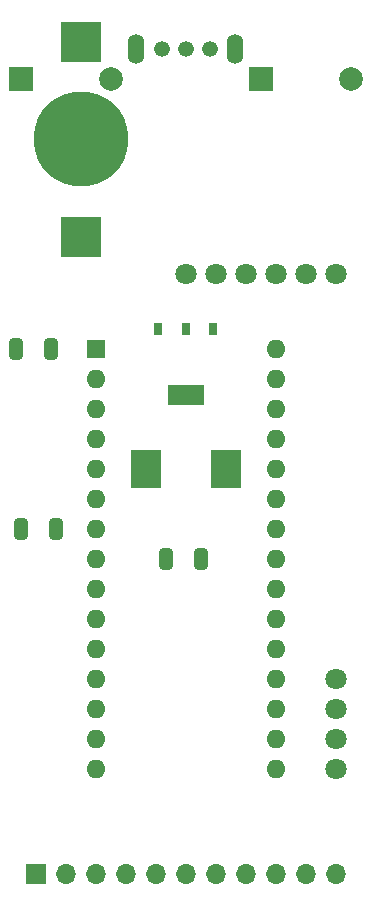
<source format=gbr>
%TF.GenerationSoftware,KiCad,Pcbnew,(6.0.4)*%
%TF.CreationDate,2022-04-23T15:23:27-04:00*%
%TF.ProjectId,smart penetrometer,736d6172-7420-4706-956e-6574726f6d65,rev?*%
%TF.SameCoordinates,Original*%
%TF.FileFunction,Soldermask,Bot*%
%TF.FilePolarity,Negative*%
%FSLAX46Y46*%
G04 Gerber Fmt 4.6, Leading zero omitted, Abs format (unit mm)*
G04 Created by KiCad (PCBNEW (6.0.4)) date 2022-04-23 15:23:27*
%MOMM*%
%LPD*%
G01*
G04 APERTURE LIST*
G04 Aperture macros list*
%AMRoundRect*
0 Rectangle with rounded corners*
0 $1 Rounding radius*
0 $2 $3 $4 $5 $6 $7 $8 $9 X,Y pos of 4 corners*
0 Add a 4 corners polygon primitive as box body*
4,1,4,$2,$3,$4,$5,$6,$7,$8,$9,$2,$3,0*
0 Add four circle primitives for the rounded corners*
1,1,$1+$1,$2,$3*
1,1,$1+$1,$4,$5*
1,1,$1+$1,$6,$7*
1,1,$1+$1,$8,$9*
0 Add four rect primitives between the rounded corners*
20,1,$1+$1,$2,$3,$4,$5,0*
20,1,$1+$1,$4,$5,$6,$7,0*
20,1,$1+$1,$6,$7,$8,$9,0*
20,1,$1+$1,$8,$9,$2,$3,0*%
G04 Aperture macros list end*
%ADD10O,1.700000X1.700000*%
%ADD11R,1.700000X1.700000*%
%ADD12R,2.000000X2.000000*%
%ADD13C,2.000000*%
%ADD14C,1.800000*%
%ADD15O,1.424000X2.524000*%
%ADD16C,1.324000*%
%ADD17C,8.000000*%
%ADD18R,3.500000X3.500000*%
%ADD19R,3.025000X1.780000*%
%ADD20R,0.710000X1.000000*%
%ADD21R,2.500000X3.300000*%
%ADD22RoundRect,0.250000X-0.325000X-0.650000X0.325000X-0.650000X0.325000X0.650000X-0.325000X0.650000X0*%
%ADD23RoundRect,0.250000X0.325000X0.650000X-0.325000X0.650000X-0.325000X-0.650000X0.325000X-0.650000X0*%
%ADD24O,1.600000X1.600000*%
%ADD25R,1.600000X1.600000*%
G04 APERTURE END LIST*
D10*
%TO.C,J2*%
X138430000Y-148590000D03*
X135890000Y-148590000D03*
X133350000Y-148590000D03*
X130810000Y-148590000D03*
X128270000Y-148590000D03*
X125730000Y-148590000D03*
X123190000Y-148590000D03*
X120650000Y-148590000D03*
X118110000Y-148590000D03*
X115570000Y-148590000D03*
D11*
X113030000Y-148590000D03*
%TD*%
D12*
%TO.C,U7*%
X111760000Y-81280000D03*
D13*
X119380000Y-81280000D03*
%TD*%
D14*
%TO.C,U4*%
X138430000Y-132080000D03*
X138430000Y-134620000D03*
X138430000Y-137160000D03*
X138430000Y-139700000D03*
%TD*%
D12*
%TO.C,U3*%
X132080000Y-81280000D03*
D13*
X139700000Y-81280000D03*
%TD*%
D15*
%TO.C,J1*%
X121539000Y-78740000D03*
X129921000Y-78740000D03*
D16*
X123698000Y-78740000D03*
X125730000Y-78740000D03*
X127762000Y-78740000D03*
%TD*%
D17*
%TO.C,BT1*%
X116840000Y-86360000D03*
D18*
X116840000Y-78105000D03*
X116840000Y-94615000D03*
%TD*%
D14*
%TO.C,A1*%
X138430000Y-97790000D03*
X135890000Y-97790000D03*
X133350000Y-97790000D03*
X130810000Y-97790000D03*
X128270000Y-97790000D03*
X125730000Y-97790000D03*
%TD*%
D19*
%TO.C,U6*%
X125730000Y-108015000D03*
D20*
X128030000Y-102415000D03*
X125730000Y-102415000D03*
X123430000Y-102415000D03*
%TD*%
D21*
%TO.C,D1*%
X129130000Y-114300000D03*
X122330000Y-114300000D03*
%TD*%
D22*
%TO.C,C4*%
X114300000Y-104140000D03*
X111350000Y-104140000D03*
%TD*%
D23*
%TO.C,C2*%
X111760000Y-119380000D03*
X114710000Y-119380000D03*
%TD*%
D22*
%TO.C,C1*%
X127000000Y-121920000D03*
X124050000Y-121920000D03*
%TD*%
D24*
%TO.C,A2*%
X133350000Y-139700000D03*
X118110000Y-139700000D03*
X133350000Y-104140000D03*
X118110000Y-137160000D03*
X133350000Y-106680000D03*
X118110000Y-134620000D03*
X133350000Y-109220000D03*
X118110000Y-132080000D03*
X133350000Y-111760000D03*
X118110000Y-129540000D03*
X133350000Y-114300000D03*
X118110000Y-127000000D03*
X133350000Y-116840000D03*
X118110000Y-124460000D03*
X133350000Y-119380000D03*
X118110000Y-121920000D03*
X133350000Y-121920000D03*
X118110000Y-119380000D03*
X133350000Y-124460000D03*
X118110000Y-116840000D03*
X133350000Y-127000000D03*
X118110000Y-114300000D03*
X133350000Y-129540000D03*
X118110000Y-111760000D03*
X133350000Y-132080000D03*
X118110000Y-109220000D03*
X133350000Y-134620000D03*
X118110000Y-106680000D03*
X133350000Y-137160000D03*
D25*
X118110000Y-104140000D03*
%TD*%
M02*

</source>
